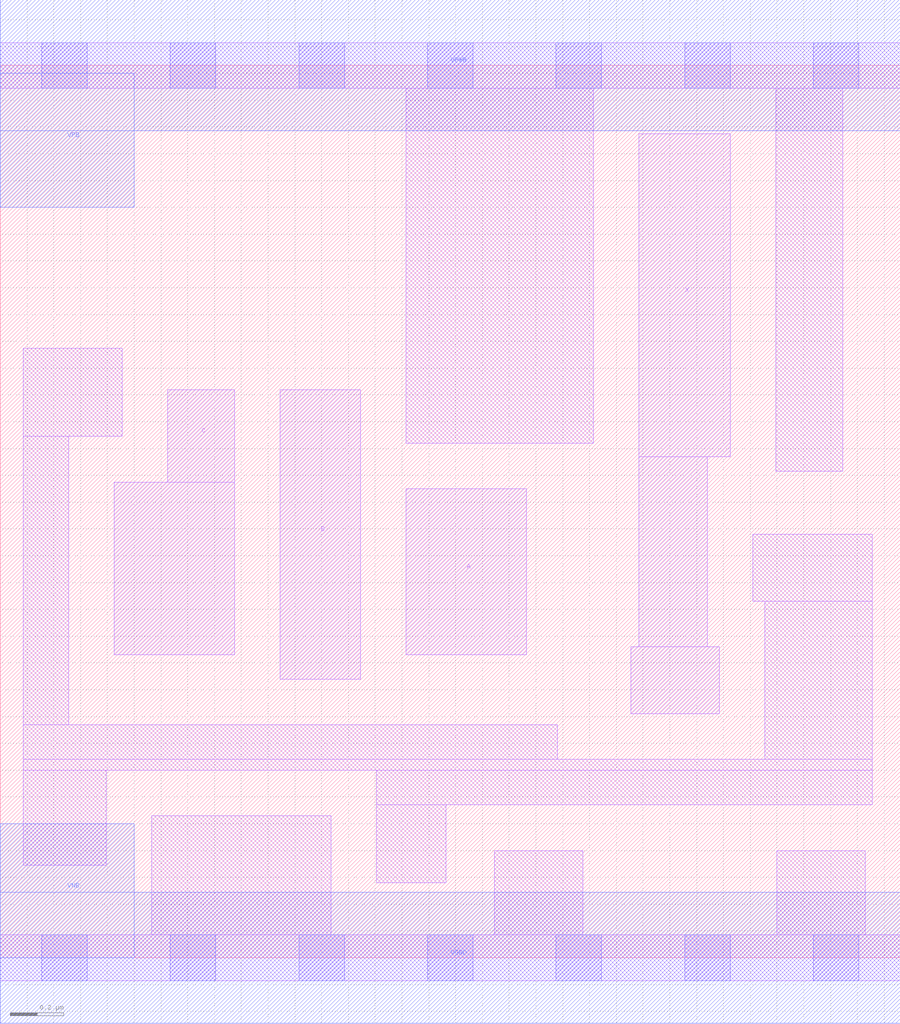
<source format=lef>
# Copyright 2020 The SkyWater PDK Authors
#
# Licensed under the Apache License, Version 2.0 (the "License");
# you may not use this file except in compliance with the License.
# You may obtain a copy of the License at
#
#     https://www.apache.org/licenses/LICENSE-2.0
#
# Unless required by applicable law or agreed to in writing, software
# distributed under the License is distributed on an "AS IS" BASIS,
# WITHOUT WARRANTIES OR CONDITIONS OF ANY KIND, either express or implied.
# See the License for the specific language governing permissions and
# limitations under the License.
#
# SPDX-License-Identifier: Apache-2.0

VERSION 5.5 ;
NAMESCASESENSITIVE ON ;
BUSBITCHARS "[]" ;
DIVIDERCHAR "/" ;
MACRO sky130_fd_sc_lp__or3_2
  CLASS CORE ;
  SOURCE USER ;
  ORIGIN  0.000000  0.000000 ;
  SIZE  3.360000 BY  3.330000 ;
  SYMMETRY X Y R90 ;
  SITE unit ;
  PIN A
    ANTENNAGATEAREA  0.126000 ;
    DIRECTION INPUT ;
    USE SIGNAL ;
    PORT
      LAYER li1 ;
        RECT 1.515000 1.130000 1.965000 1.750000 ;
    END
  END A
  PIN B
    ANTENNAGATEAREA  0.126000 ;
    DIRECTION INPUT ;
    USE SIGNAL ;
    PORT
      LAYER li1 ;
        RECT 1.045000 1.040000 1.345000 2.120000 ;
    END
  END B
  PIN C
    ANTENNAGATEAREA  0.126000 ;
    DIRECTION INPUT ;
    USE SIGNAL ;
    PORT
      LAYER li1 ;
        RECT 0.425000 1.130000 0.875000 1.775000 ;
        RECT 0.625000 1.775000 0.875000 2.120000 ;
    END
  END C
  PIN X
    ANTENNADIFFAREA  0.588000 ;
    DIRECTION OUTPUT ;
    USE SIGNAL ;
    PORT
      LAYER li1 ;
        RECT 2.355000 0.910000 2.685000 1.160000 ;
        RECT 2.385000 1.160000 2.640000 1.870000 ;
        RECT 2.385000 1.870000 2.725000 3.075000 ;
    END
  END X
  PIN VGND
    DIRECTION INOUT ;
    USE GROUND ;
    PORT
      LAYER met1 ;
        RECT 0.000000 -0.245000 3.360000 0.245000 ;
    END
  END VGND
  PIN VNB
    DIRECTION INOUT ;
    USE GROUND ;
    PORT
      LAYER met1 ;
        RECT 0.000000 0.000000 0.500000 0.500000 ;
    END
  END VNB
  PIN VPB
    DIRECTION INOUT ;
    USE POWER ;
    PORT
      LAYER met1 ;
        RECT 0.000000 2.800000 0.500000 3.300000 ;
    END
  END VPB
  PIN VPWR
    DIRECTION INOUT ;
    USE POWER ;
    PORT
      LAYER met1 ;
        RECT 0.000000 3.085000 3.360000 3.575000 ;
    END
  END VPWR
  OBS
    LAYER li1 ;
      RECT 0.000000 -0.085000 3.360000 0.085000 ;
      RECT 0.000000  3.245000 3.360000 3.415000 ;
      RECT 0.085000  0.345000 0.395000 0.700000 ;
      RECT 0.085000  0.700000 3.255000 0.740000 ;
      RECT 0.085000  0.740000 2.080000 0.870000 ;
      RECT 0.085000  0.870000 0.255000 1.945000 ;
      RECT 0.085000  1.945000 0.455000 2.275000 ;
      RECT 0.565000  0.085000 1.235000 0.530000 ;
      RECT 1.405000  0.280000 1.665000 0.570000 ;
      RECT 1.405000  0.570000 3.255000 0.700000 ;
      RECT 1.515000  1.920000 2.215000 3.245000 ;
      RECT 1.845000  0.085000 2.175000 0.400000 ;
      RECT 2.810000  1.330000 3.255000 1.580000 ;
      RECT 2.855000  0.740000 3.255000 1.330000 ;
      RECT 2.895000  1.815000 3.145000 3.245000 ;
      RECT 2.900000  0.085000 3.230000 0.400000 ;
    LAYER mcon ;
      RECT 0.155000 -0.085000 0.325000 0.085000 ;
      RECT 0.155000  3.245000 0.325000 3.415000 ;
      RECT 0.635000 -0.085000 0.805000 0.085000 ;
      RECT 0.635000  3.245000 0.805000 3.415000 ;
      RECT 1.115000 -0.085000 1.285000 0.085000 ;
      RECT 1.115000  3.245000 1.285000 3.415000 ;
      RECT 1.595000 -0.085000 1.765000 0.085000 ;
      RECT 1.595000  3.245000 1.765000 3.415000 ;
      RECT 2.075000 -0.085000 2.245000 0.085000 ;
      RECT 2.075000  3.245000 2.245000 3.415000 ;
      RECT 2.555000 -0.085000 2.725000 0.085000 ;
      RECT 2.555000  3.245000 2.725000 3.415000 ;
      RECT 3.035000 -0.085000 3.205000 0.085000 ;
      RECT 3.035000  3.245000 3.205000 3.415000 ;
  END
END sky130_fd_sc_lp__or3_2
END LIBRARY

</source>
